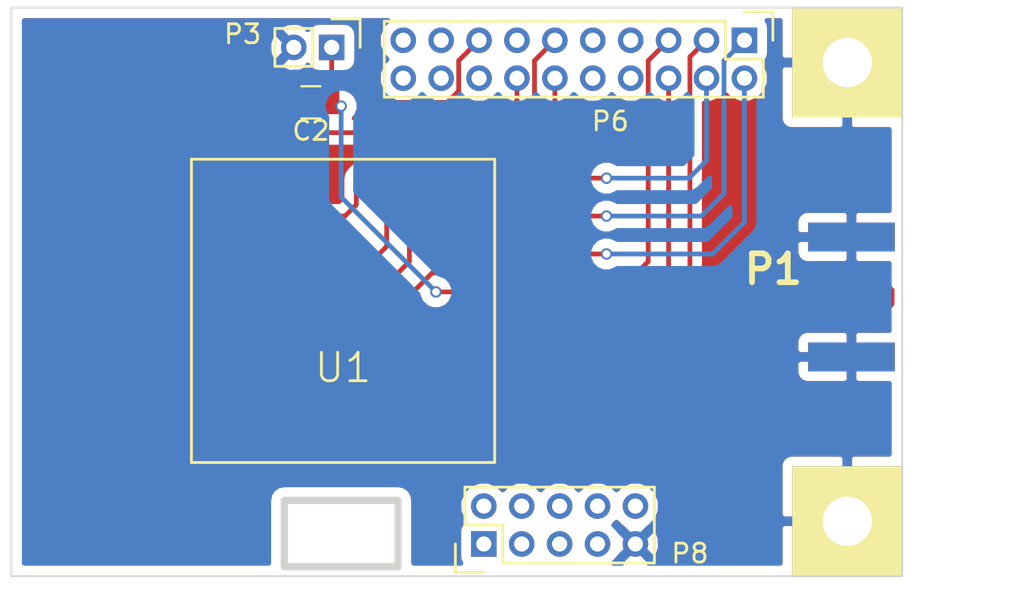
<source format=kicad_pcb>
(kicad_pcb (version 4) (host pcbnew 4.0.5+dfsg1-4)

  (general
    (links 23)
    (no_connects 1)
    (area 52.949999 99.949999 100.050001 130.050001)
    (thickness 1.6)
    (drawings 8)
    (tracks 74)
    (zones 0)
    (modules 8)
    (nets 34)
  )

  (page A4)
  (layers
    (0 F.Cu signal)
    (31 B.Cu signal)
    (32 B.Adhes user)
    (33 F.Adhes user)
    (34 B.Paste user)
    (35 F.Paste user)
    (36 B.SilkS user)
    (37 F.SilkS user)
    (38 B.Mask user)
    (39 F.Mask user)
    (40 Dwgs.User user)
    (41 Cmts.User user)
    (42 Eco1.User user)
    (43 Eco2.User user)
    (44 Edge.Cuts user)
    (45 Margin user)
    (46 B.CrtYd user)
    (47 F.CrtYd user)
    (48 B.Fab user)
    (49 F.Fab user)
  )

  (setup
    (last_trace_width 0.25)
    (trace_clearance 0)
    (zone_clearance 0.508)
    (zone_45_only no)
    (trace_min 0.2)
    (segment_width 0.2)
    (edge_width 0.1)
    (via_size 0.6)
    (via_drill 0.4)
    (via_min_size 0.4)
    (via_min_drill 0.3)
    (uvia_size 0.3)
    (uvia_drill 0.1)
    (uvias_allowed no)
    (uvia_min_size 0.2)
    (uvia_min_drill 0.1)
    (pcb_text_width 0.3)
    (pcb_text_size 1.5 1.5)
    (mod_edge_width 0.15)
    (mod_text_size 1 1)
    (mod_text_width 0.15)
    (pad_size 5.8 5.8)
    (pad_drill 2.6)
    (pad_to_mask_clearance 0)
    (aux_axis_origin 0 0)
    (visible_elements 7FFFFFFF)
    (pcbplotparams
      (layerselection 0x00030_80000001)
      (usegerberextensions false)
      (excludeedgelayer true)
      (linewidth 0.100000)
      (plotframeref false)
      (viasonmask false)
      (mode 1)
      (useauxorigin false)
      (hpglpennumber 1)
      (hpglpenspeed 20)
      (hpglpendiameter 15)
      (hpglpenoverlay 2)
      (psnegative false)
      (psa4output false)
      (plotreference true)
      (plotvalue true)
      (plotinvisibletext false)
      (padsonsilk false)
      (subtractmaskfromsilk false)
      (outputformat 1)
      (mirror false)
      (drillshape 1)
      (scaleselection 1)
      (outputdirectory ""))
  )

  (net 0 "")
  (net 1 +3V3)
  (net 2 GND)
  (net 3 /DIO1)
  (net 4 /DIO3)
  (net 5 /DIO5)
  (net 6 "Net-(P6-Pad7)")
  (net 7 "Net-(P6-Pad9)")
  (net 8 /MOSI)
  (net 9 "Net-(P6-Pad13)")
  (net 10 /nCS)
  (net 11 "Net-(P6-Pad17)")
  (net 12 "Net-(P6-Pad19)")
  (net 13 /DIO0)
  (net 14 /DIO2)
  (net 15 /DIO4)
  (net 16 "Net-(P6-Pad8)")
  (net 17 "Net-(P6-Pad10)")
  (net 18 /SCK)
  (net 19 /MISO)
  (net 20 "Net-(P6-Pad16)")
  (net 21 "Net-(P6-Pad18)")
  (net 22 "Net-(P6-Pad20)")
  (net 23 "Net-(U1-Pad6)")
  (net 24 "Net-(P8-Pad1)")
  (net 25 "Net-(P8-Pad3)")
  (net 26 "Net-(P8-Pad5)")
  (net 27 "Net-(P8-Pad7)")
  (net 28 "Net-(P8-Pad2)")
  (net 29 "Net-(P8-Pad4)")
  (net 30 "Net-(P8-Pad6)")
  (net 31 "Net-(P8-Pad8)")
  (net 32 "Net-(P8-Pad10)")
  (net 33 "Net-(P1-Pad1)")

  (net_class Default "This is the default net class."
    (clearance 0)
    (trace_width 0.25)
    (via_dia 0.6)
    (via_drill 0.4)
    (uvia_dia 0.3)
    (uvia_drill 0.1)
    (add_net +3V3)
    (add_net /DIO0)
    (add_net /DIO1)
    (add_net /DIO2)
    (add_net /DIO3)
    (add_net /DIO4)
    (add_net /DIO5)
    (add_net /MISO)
    (add_net /MOSI)
    (add_net /SCK)
    (add_net /nCS)
    (add_net GND)
    (add_net "Net-(P1-Pad1)")
    (add_net "Net-(P6-Pad10)")
    (add_net "Net-(P6-Pad13)")
    (add_net "Net-(P6-Pad16)")
    (add_net "Net-(P6-Pad17)")
    (add_net "Net-(P6-Pad18)")
    (add_net "Net-(P6-Pad19)")
    (add_net "Net-(P6-Pad20)")
    (add_net "Net-(P6-Pad7)")
    (add_net "Net-(P6-Pad8)")
    (add_net "Net-(P6-Pad9)")
    (add_net "Net-(P8-Pad1)")
    (add_net "Net-(P8-Pad10)")
    (add_net "Net-(P8-Pad2)")
    (add_net "Net-(P8-Pad3)")
    (add_net "Net-(P8-Pad4)")
    (add_net "Net-(P8-Pad5)")
    (add_net "Net-(P8-Pad6)")
    (add_net "Net-(P8-Pad7)")
    (add_net "Net-(P8-Pad8)")
    (add_net "Net-(U1-Pad6)")
  )

  (module footprints:Pin_Header_Straight_1x02_Pitch2.00mm (layer F.Cu) (tedit 5966059F) (tstamp 59453FA8)
    (at 69.9 102.1 270)
    (descr "Through hole pin header, 1x02, 2.00mm pitch, single row")
    (tags "pin header single row")
    (path /59454385)
    (fp_text reference P3 (at -0.7 4.7 360) (layer F.SilkS)
      (effects (font (size 1 1) (thickness 0.15)))
    )
    (fp_text value PWR (at 0.7 5.5 360) (layer F.Fab)
      (effects (font (size 1 1) (thickness 0.15)))
    )
    (fp_line (start -1 1) (end 1 1) (layer F.SilkS) (width 0.15))
    (fp_line (start 1 1) (end 1 3) (layer F.SilkS) (width 0.15))
    (fp_line (start 1 3) (end -1 3) (layer F.SilkS) (width 0.15))
    (fp_line (start -1 3) (end -1 1) (layer F.SilkS) (width 0.15))
    (fp_line (start -1.6 -1.6) (end 1.6 -1.6) (layer F.CrtYd) (width 0.05))
    (fp_line (start 1.6 -1.6) (end 1.6 3.6) (layer F.CrtYd) (width 0.05))
    (fp_line (start 1.6 3.6) (end -1.6 3.6) (layer F.CrtYd) (width 0.05))
    (fp_line (start -1.6 3.6) (end -1.6 -1.6) (layer F.CrtYd) (width 0.05))
    (fp_line (start -1.5 0) (end -1.5 -1.5) (layer F.SilkS) (width 0.15))
    (fp_line (start -1.5 -1.5) (end 0 -1.5) (layer F.SilkS) (width 0.15))
    (pad 1 thru_hole rect (at 0 0 270) (size 1.35 1.35) (drill 0.8) (layers *.Cu *.Mask)
      (net 1 +3V3))
    (pad 2 thru_hole circle (at 0 2 270) (size 1.35 1.35) (drill 0.8) (layers *.Cu *.Mask)
      (net 2 GND))
    (model F:/Hardware/PCB/pico/footprints/packages3d/Pin_Header_1x2_2mm.wrl
      (at (xyz 0 0 0))
      (scale (xyz 1 1 1))
      (rotate (xyz 0 0 0))
    )
  )

  (module footprints:PIN_ARRAY_1 (layer F.Cu) (tedit 594D90C5) (tstamp 59453FAD)
    (at 97.1 102.9)
    (descr "1 pin")
    (tags "CONN DEV")
    (path /59452957)
    (fp_text reference P4 (at 0.1 -3.5) (layer F.SilkS) hide
      (effects (font (size 0.762 0.762) (thickness 0.1524)))
    )
    (fp_text value MOUNTING_HOLE (at -0.05 3.75) (layer F.SilkS) hide
      (effects (font (size 0.762 0.762) (thickness 0.1524)))
    )
    (fp_line (start 1.27 1.27) (end -1.27 1.27) (layer F.SilkS) (width 0.1524))
    (fp_line (start -1.27 -1.27) (end 1.27 -1.27) (layer F.SilkS) (width 0.1524))
    (fp_line (start -1.27 1.27) (end -1.27 -1.27) (layer F.SilkS) (width 0.1524))
    (fp_line (start 1.27 -1.27) (end 1.27 1.27) (layer F.SilkS) (width 0.1524))
    (pad 1 thru_hole rect (at 0 0) (size 5.8 5.8) (drill 2.6) (layers *.Cu *.Mask F.SilkS)
      (net 2 GND) (solder_mask_margin 0.1524) (clearance 0.1524))
  )

  (module footprints:PIN_ARRAY_1 (layer F.Cu) (tedit 564E545B) (tstamp 59453FB2)
    (at 97.1 127.1)
    (descr "1 pin")
    (tags "CONN DEV")
    (path /5945298A)
    (fp_text reference P5 (at 0.1 -3.5) (layer F.SilkS) hide
      (effects (font (size 0.762 0.762) (thickness 0.1524)))
    )
    (fp_text value MOUNTING_HOLE (at -0.05 3.75) (layer F.SilkS) hide
      (effects (font (size 0.762 0.762) (thickness 0.1524)))
    )
    (fp_line (start 1.27 1.27) (end -1.27 1.27) (layer F.SilkS) (width 0.1524))
    (fp_line (start -1.27 -1.27) (end 1.27 -1.27) (layer F.SilkS) (width 0.1524))
    (fp_line (start -1.27 1.27) (end -1.27 -1.27) (layer F.SilkS) (width 0.1524))
    (fp_line (start 1.27 -1.27) (end 1.27 1.27) (layer F.SilkS) (width 0.1524))
    (pad 1 thru_hole rect (at 0 0) (size 5.8 5.8) (drill 2.6) (layers *.Cu *.Mask F.SilkS)
      (net 2 GND) (solder_mask_margin 0.1524) (clearance 0.1524))
  )

  (module footprints:Pin_Header_Straight_2x10_Pitch2.00mm (layer F.Cu) (tedit 596605B6) (tstamp 59453FCA)
    (at 91.675 101.725 270)
    (descr "Through hole pin header, 2x10, 2.00mm pitch, double row")
    (tags "pin header double row")
    (path /592B383E)
    (fp_text reference P6 (at 4.275 7.075 360) (layer F.SilkS)
      (effects (font (size 1 1) (thickness 0.15)))
    )
    (fp_text value IO1 (at 0 -3 270) (layer F.Fab)
      (effects (font (size 1 1) (thickness 0.15)))
    )
    (fp_line (start -1 1) (end 1 1) (layer F.SilkS) (width 0.15))
    (fp_line (start 1 1) (end 1 -1) (layer F.SilkS) (width 0.15))
    (fp_line (start 1 -1) (end 3 -1) (layer F.SilkS) (width 0.15))
    (fp_line (start 3 -1) (end 3 1) (layer F.SilkS) (width 0.15))
    (fp_line (start 3 1) (end 3 19) (layer F.SilkS) (width 0.15))
    (fp_line (start 3 19) (end -1 19) (layer F.SilkS) (width 0.15))
    (fp_line (start -1 19) (end -1 1) (layer F.SilkS) (width 0.15))
    (fp_line (start -1.6 -1.6) (end 3.6 -1.6) (layer F.CrtYd) (width 0.05))
    (fp_line (start 3.6 -1.6) (end 3.6 19.6) (layer F.CrtYd) (width 0.05))
    (fp_line (start 3.6 19.6) (end -1.6 19.6) (layer F.CrtYd) (width 0.05))
    (fp_line (start -1.6 19.6) (end -1.6 -1.6) (layer F.CrtYd) (width 0.05))
    (fp_line (start -1.5 0) (end -1.5 -1.5) (layer F.SilkS) (width 0.15))
    (fp_line (start -1.5 -1.5) (end 0 -1.5) (layer F.SilkS) (width 0.15))
    (pad 1 thru_hole rect (at 0 0 270) (size 1.35 1.35) (drill 0.8) (layers *.Cu *.Mask)
      (net 3 /DIO1))
    (pad 3 thru_hole circle (at 0 2 270) (size 1.35 1.35) (drill 0.8) (layers *.Cu *.Mask)
      (net 4 /DIO3))
    (pad 5 thru_hole circle (at 0 4 270) (size 1.35 1.35) (drill 0.8) (layers *.Cu *.Mask)
      (net 5 /DIO5))
    (pad 7 thru_hole circle (at 0 6 270) (size 1.35 1.35) (drill 0.8) (layers *.Cu *.Mask)
      (net 6 "Net-(P6-Pad7)"))
    (pad 9 thru_hole circle (at 0 8 270) (size 1.35 1.35) (drill 0.8) (layers *.Cu *.Mask)
      (net 7 "Net-(P6-Pad9)"))
    (pad 11 thru_hole circle (at 0 10 270) (size 1.35 1.35) (drill 0.8) (layers *.Cu *.Mask)
      (net 8 /MOSI))
    (pad 13 thru_hole circle (at 0 12 270) (size 1.35 1.35) (drill 0.8) (layers *.Cu *.Mask)
      (net 9 "Net-(P6-Pad13)"))
    (pad 15 thru_hole circle (at 0 14 270) (size 1.35 1.35) (drill 0.8) (layers *.Cu *.Mask)
      (net 10 /nCS))
    (pad 17 thru_hole circle (at 0 16 270) (size 1.35 1.35) (drill 0.8) (layers *.Cu *.Mask)
      (net 11 "Net-(P6-Pad17)"))
    (pad 19 thru_hole circle (at 0 18 270) (size 1.35 1.35) (drill 0.8) (layers *.Cu *.Mask)
      (net 12 "Net-(P6-Pad19)"))
    (pad 2 thru_hole circle (at 2 0 270) (size 1.35 1.35) (drill 0.8) (layers *.Cu *.Mask)
      (net 13 /DIO0))
    (pad 4 thru_hole circle (at 2 2 270) (size 1.35 1.35) (drill 0.8) (layers *.Cu *.Mask)
      (net 14 /DIO2))
    (pad 6 thru_hole circle (at 2 4 270) (size 1.35 1.35) (drill 0.8) (layers *.Cu *.Mask)
      (net 15 /DIO4))
    (pad 8 thru_hole circle (at 2 6 270) (size 1.35 1.35) (drill 0.8) (layers *.Cu *.Mask)
      (net 16 "Net-(P6-Pad8)"))
    (pad 10 thru_hole circle (at 2 8 270) (size 1.35 1.35) (drill 0.8) (layers *.Cu *.Mask)
      (net 17 "Net-(P6-Pad10)"))
    (pad 12 thru_hole circle (at 2 10 270) (size 1.35 1.35) (drill 0.8) (layers *.Cu *.Mask)
      (net 18 /SCK))
    (pad 14 thru_hole circle (at 2 12 270) (size 1.35 1.35) (drill 0.8) (layers *.Cu *.Mask)
      (net 19 /MISO))
    (pad 16 thru_hole circle (at 2 14 270) (size 1.35 1.35) (drill 0.8) (layers *.Cu *.Mask)
      (net 20 "Net-(P6-Pad16)"))
    (pad 18 thru_hole circle (at 2 16 270) (size 1.35 1.35) (drill 0.8) (layers *.Cu *.Mask)
      (net 21 "Net-(P6-Pad18)"))
    (pad 20 thru_hole circle (at 2 18 270) (size 1.35 1.35) (drill 0.8) (layers *.Cu *.Mask)
      (net 22 "Net-(P6-Pad20)"))
    (model F:/Hardware/PCB/pico/footprints/packages3d/Pin_Header_2x10_2mm.wrl
      (at (xyz 0 0 0))
      (scale (xyz 1 1 1))
      (rotate (xyz 0 0 0))
    )
  )

  (module footprints:RFM95W (layer F.Cu) (tedit 596609B7) (tstamp 59453FDE)
    (at 70.5 116)
    (path /59221B48)
    (fp_text reference U1 (at 0 3) (layer F.SilkS)
      (effects (font (size 1.5 1.5) (thickness 0.15)))
    )
    (fp_text value RFM95 (at -12.7 2) (layer F.Fab)
      (effects (font (size 1.2 1.2) (thickness 0.15)))
    )
    (fp_line (start -8 -8) (end 8 -8) (layer F.SilkS) (width 0.15))
    (fp_line (start 8 -8) (end 8 8) (layer F.SilkS) (width 0.15))
    (fp_line (start 8 8) (end -8 8) (layer F.SilkS) (width 0.15))
    (fp_line (start -8 8) (end -8 -8) (layer F.SilkS) (width 0.15))
    (pad 1 smd rect (at -7 -7) (size 2.5 1.2) (drill (offset -0.25 0)) (layers F.Cu F.Paste F.Mask)
      (net 2 GND))
    (pad 2 smd rect (at -7 -5) (size 2.5 1.2) (drill (offset -0.25 0)) (layers F.Cu F.Paste F.Mask)
      (net 19 /MISO))
    (pad 3 smd rect (at -7 -3) (size 2.5 1.2) (drill (offset -0.25 0)) (layers F.Cu F.Paste F.Mask)
      (net 8 /MOSI))
    (pad 4 smd rect (at -7 -1) (size 2.5 1.2) (drill (offset -0.25 0)) (layers F.Cu F.Paste F.Mask)
      (net 18 /SCK))
    (pad 5 smd rect (at -7 1) (size 2.5 1.2) (drill (offset -0.25 0)) (layers F.Cu F.Paste F.Mask)
      (net 10 /nCS))
    (pad 6 smd rect (at -7 3) (size 2.5 1.2) (drill (offset -0.25 0)) (layers F.Cu F.Paste F.Mask)
      (net 23 "Net-(U1-Pad6)"))
    (pad 7 smd rect (at -7 5) (size 2.5 1.2) (drill (offset -0.25 0)) (layers F.Cu F.Paste F.Mask)
      (net 5 /DIO5))
    (pad 8 smd rect (at -7 7) (size 2.5 1.2) (drill (offset -0.25 0)) (layers F.Cu F.Paste F.Mask)
      (net 2 GND))
    (pad 9 smd rect (at 7 7) (size 2.5 1.2) (drill (offset 0.25 0)) (layers F.Cu F.Paste F.Mask)
      (net 33 "Net-(P1-Pad1)"))
    (pad 10 smd rect (at 7 5) (size 2.5 1.2) (drill (offset 0.25 0)) (layers F.Cu F.Paste F.Mask)
      (net 2 GND))
    (pad 11 smd rect (at 7 3) (size 2.5 1.2) (drill (offset 0.25 0)) (layers F.Cu F.Paste F.Mask)
      (net 4 /DIO3))
    (pad 12 smd rect (at 7 1) (size 2.5 1.2) (drill (offset 0.25 0)) (layers F.Cu F.Paste F.Mask)
      (net 15 /DIO4))
    (pad 13 smd rect (at 7 -1) (size 2.5 1.2) (drill (offset 0.25 0)) (layers F.Cu F.Paste F.Mask)
      (net 1 +3V3))
    (pad 14 smd rect (at 7 -3) (size 2.5 1.2) (drill (offset 0.25 0)) (layers F.Cu F.Paste F.Mask)
      (net 13 /DIO0))
    (pad 15 smd rect (at 7 -5) (size 2.5 1.2) (drill (offset 0.25 0)) (layers F.Cu F.Paste F.Mask)
      (net 3 /DIO1))
    (pad 16 smd rect (at 7 -7) (size 2.5 1.2) (drill (offset 0.25 0)) (layers F.Cu F.Paste F.Mask)
      (net 14 /DIO2))
    (model ${KIPRJMOD}/PicoCIAA_Lora.3dshapes/RFM95W.wrl
      (at (xyz 0 0 0))
      (scale (xyz 1 1 1))
      (rotate (xyz 0 0 0))
    )
  )

  (module footprints:Pin_Header_Straight_2x05_Pitch2.00mm (layer F.Cu) (tedit 596608FE) (tstamp 59454CBE)
    (at 77.925 128.3 90)
    (descr "Through hole pin header, 2x05, 2.00mm pitch, double row")
    (tags "pin header double row")
    (path /59454B63)
    (fp_text reference P8 (at -0.5 10.875 180) (layer F.SilkS)
      (effects (font (size 1 1) (thickness 0.15)))
    )
    (fp_text value IO3 (at 1.3 11.075 180) (layer F.Fab)
      (effects (font (size 1 1) (thickness 0.15)))
    )
    (fp_line (start -1 1) (end 1 1) (layer F.SilkS) (width 0.15))
    (fp_line (start 1 1) (end 1 -1) (layer F.SilkS) (width 0.15))
    (fp_line (start 1 -1) (end 3 -1) (layer F.SilkS) (width 0.15))
    (fp_line (start 3 -1) (end 3 1) (layer F.SilkS) (width 0.15))
    (fp_line (start 3 1) (end 3 9) (layer F.SilkS) (width 0.15))
    (fp_line (start 3 9) (end -1 9) (layer F.SilkS) (width 0.15))
    (fp_line (start -1 9) (end -1 1) (layer F.SilkS) (width 0.15))
    (fp_line (start -1.6 -1.6) (end 3.6 -1.6) (layer F.CrtYd) (width 0.05))
    (fp_line (start 3.6 -1.6) (end 3.6 9.6) (layer F.CrtYd) (width 0.05))
    (fp_line (start 3.6 9.6) (end -1.6 9.6) (layer F.CrtYd) (width 0.05))
    (fp_line (start -1.6 9.6) (end -1.6 -1.6) (layer F.CrtYd) (width 0.05))
    (fp_line (start -1.5 0) (end -1.5 -1.5) (layer F.SilkS) (width 0.15))
    (fp_line (start -1.5 -1.5) (end 0 -1.5) (layer F.SilkS) (width 0.15))
    (pad 1 thru_hole rect (at 0 0 90) (size 1.35 1.35) (drill 0.8) (layers *.Cu *.Mask)
      (net 24 "Net-(P8-Pad1)"))
    (pad 3 thru_hole circle (at 0 2 90) (size 1.35 1.35) (drill 0.8) (layers *.Cu *.Mask)
      (net 25 "Net-(P8-Pad3)"))
    (pad 5 thru_hole circle (at 0 4 90) (size 1.35 1.35) (drill 0.8) (layers *.Cu *.Mask)
      (net 26 "Net-(P8-Pad5)"))
    (pad 7 thru_hole circle (at 0 6 90) (size 1.35 1.35) (drill 0.8) (layers *.Cu *.Mask)
      (net 27 "Net-(P8-Pad7)"))
    (pad 9 thru_hole circle (at 0 8 90) (size 1.35 1.35) (drill 0.8) (layers *.Cu *.Mask)
      (net 2 GND))
    (pad 2 thru_hole circle (at 2 0 90) (size 1.35 1.35) (drill 0.8) (layers *.Cu *.Mask)
      (net 28 "Net-(P8-Pad2)"))
    (pad 4 thru_hole circle (at 2 2 90) (size 1.35 1.35) (drill 0.8) (layers *.Cu *.Mask)
      (net 29 "Net-(P8-Pad4)"))
    (pad 6 thru_hole circle (at 2 4 90) (size 1.35 1.35) (drill 0.8) (layers *.Cu *.Mask)
      (net 30 "Net-(P8-Pad6)"))
    (pad 8 thru_hole circle (at 2 6 90) (size 1.35 1.35) (drill 0.8) (layers *.Cu *.Mask)
      (net 31 "Net-(P8-Pad8)"))
    (pad 10 thru_hole circle (at 2 8 90) (size 1.35 1.35) (drill 0.8) (layers *.Cu *.Mask)
      (net 32 "Net-(P8-Pad10)"))
    (model F:/Hardware/PCB/pico/footprints/packages3d/Pin_Header_2x5_2mm.wrl
      (at (xyz 0 0 0))
      (scale (xyz 1 1 1))
      (rotate (xyz 0 0 0))
    )
  )

  (module footprints:SMA_EDGE (layer F.Cu) (tedit 596BBE6F) (tstamp 596B8B5B)
    (at 106.2 114)
    (path /596B9702)
    (fp_text reference P1 (at -13 -0.2) (layer F.SilkS)
      (effects (font (thickness 0.3048)))
    )
    (fp_text value EDGE_SMA (at 0 2.54) (layer F.SilkS) hide
      (effects (font (thickness 0.3048)))
    )
    (pad 0 connect rect (at -8.8773 -1.89484) (size 4.572 1.524) (layers *.Cu F.Mask)
      (net 2 GND))
    (pad 1 connect trapezoid (at -6.858 1.27) (size 0.50038 1.39954) (rect_delta 0.59944 0 ) (layers F.Cu F.Mask)
      (net 33 "Net-(P1-Pad1)"))
    (pad 2 connect rect (at -8.8773 4.42976) (size 4.572 1.524) (layers *.Cu F.Mask)
      (net 2 GND))
    (pad 1 connect rect (at -9.144 1.27) (size 4.07162 1.99898) (layers F.Cu F.Mask)
      (net 33 "Net-(P1-Pad1)"))
  )

  (module Capacitors_SMD:C_0805 (layer F.Cu) (tedit 58AA8463) (tstamp 5978C213)
    (at 68.8 105 180)
    (descr "Capacitor SMD 0805, reflow soldering, AVX (see smccp.pdf)")
    (tags "capacitor 0805")
    (path /592B4758)
    (attr smd)
    (fp_text reference C2 (at 0 -1.5 180) (layer F.SilkS)
      (effects (font (size 1 1) (thickness 0.15)))
    )
    (fp_text value "0.1uF 10v" (at 0 1.75 180) (layer F.Fab)
      (effects (font (size 1 1) (thickness 0.15)))
    )
    (fp_text user %R (at 0 -1.5 180) (layer F.Fab)
      (effects (font (size 1 1) (thickness 0.15)))
    )
    (fp_line (start -1 0.62) (end -1 -0.62) (layer F.Fab) (width 0.1))
    (fp_line (start 1 0.62) (end -1 0.62) (layer F.Fab) (width 0.1))
    (fp_line (start 1 -0.62) (end 1 0.62) (layer F.Fab) (width 0.1))
    (fp_line (start -1 -0.62) (end 1 -0.62) (layer F.Fab) (width 0.1))
    (fp_line (start 0.5 -0.85) (end -0.5 -0.85) (layer F.SilkS) (width 0.12))
    (fp_line (start -0.5 0.85) (end 0.5 0.85) (layer F.SilkS) (width 0.12))
    (fp_line (start -1.75 -0.88) (end 1.75 -0.88) (layer F.CrtYd) (width 0.05))
    (fp_line (start -1.75 -0.88) (end -1.75 0.87) (layer F.CrtYd) (width 0.05))
    (fp_line (start 1.75 0.87) (end 1.75 -0.88) (layer F.CrtYd) (width 0.05))
    (fp_line (start 1.75 0.87) (end -1.75 0.87) (layer F.CrtYd) (width 0.05))
    (pad 1 smd rect (at -1 0 180) (size 1 1.25) (layers F.Cu F.Paste F.Mask)
      (net 1 +3V3))
    (pad 2 smd rect (at 1 0 180) (size 1 1.25) (layers F.Cu F.Paste F.Mask)
      (net 2 GND))
    (model Capacitors_SMD.3dshapes/C_0805.wrl
      (at (xyz 0 0 0))
      (scale (xyz 1 1 1))
      (rotate (xyz 0 0 0))
    )
  )

  (gr_line (start 53 130) (end 100 130) (angle 90) (layer Edge.Cuts) (width 0.1))
  (gr_line (start 53 100) (end 100 100) (angle 90) (layer Edge.Cuts) (width 0.1))
  (gr_line (start 53 100) (end 53 130) (angle 90) (layer Edge.Cuts) (width 0.1))
  (gr_line (start 67.4 126) (end 67.4 129.5) (angle 90) (layer Edge.Cuts) (width 0.381))
  (gr_line (start 67.4 129.5) (end 73.4 129.5) (angle 90) (layer Edge.Cuts) (width 0.381))
  (gr_line (start 73.4 129.5) (end 73.4 126) (angle 90) (layer Edge.Cuts) (width 0.381))
  (gr_line (start 73.4 126) (end 67.4 126) (angle 90) (layer Edge.Cuts) (width 0.381))
  (gr_line (start 100 100) (end 100 130) (angle 90) (layer Edge.Cuts) (width 0.1))

  (segment (start 77.5 115) (end 75.4 115) (width 0.25) (layer F.Cu) (net 1))
  (segment (start 70.2 105) (end 69.35 105) (width 0.25) (layer F.Cu) (net 1) (tstamp 596BC4C5))
  (segment (start 70.4 105.2) (end 70.2 105) (width 0.25) (layer F.Cu) (net 1) (tstamp 596BC4C4))
  (via (at 70.4 105.2) (size 0.6) (drill 0.4) (layers F.Cu B.Cu) (net 1))
  (segment (start 70.4 110) (end 70.4 105.2) (width 0.25) (layer B.Cu) (net 1) (tstamp 596BC4B5))
  (segment (start 75.4 115) (end 70.4 110) (width 0.25) (layer B.Cu) (net 1) (tstamp 596BC4B4))
  (via (at 75.4 115) (size 0.6) (drill 0.4) (layers F.Cu B.Cu) (net 1))
  (segment (start 69.9 102.1) (end 69.9 104.45) (width 0.25) (layer F.Cu) (net 1))
  (segment (start 69.9 104.45) (end 69.35 105) (width 0.25) (layer F.Cu) (net 1) (tstamp 596BC3D0))
  (segment (start 91.675 101.725) (end 90.6 102.8) (width 0.25) (layer B.Cu) (net 3))
  (segment (start 84.4 111) (end 77.5 111) (width 0.25) (layer F.Cu) (net 3) (tstamp 596B9C82))
  (via (at 84.4 111) (size 0.6) (drill 0.4) (layers F.Cu B.Cu) (net 3))
  (segment (start 89.4 111) (end 84.4 111) (width 0.25) (layer B.Cu) (net 3) (tstamp 596B9C77))
  (segment (start 90.6 109.8) (end 89.4 111) (width 0.25) (layer B.Cu) (net 3) (tstamp 596B9C68))
  (segment (start 90.6 102.8) (end 90.6 109.8) (width 0.25) (layer B.Cu) (net 3) (tstamp 596B9C61))
  (segment (start 89.675 101.725) (end 88.8 102.6) (width 0.25) (layer F.Cu) (net 4))
  (segment (start 87.8 119) (end 77.5 119) (width 0.25) (layer F.Cu) (net 4) (tstamp 596601E8))
  (segment (start 88.8 118) (end 87.8 119) (width 0.25) (layer F.Cu) (net 4) (tstamp 596601D5))
  (segment (start 88.8 102.6) (end 88.8 118) (width 0.25) (layer F.Cu) (net 4) (tstamp 596601CD))
  (segment (start 87.675 101.725) (end 86.6 102.8) (width 0.25) (layer F.Cu) (net 5))
  (segment (start 68.2 121) (end 63.5 121) (width 0.25) (layer F.Cu) (net 5) (tstamp 59660B10))
  (segment (start 75.2 114) (end 68.2 121) (width 0.25) (layer F.Cu) (net 5) (tstamp 59660B06))
  (segment (start 86 114) (end 75.2 114) (width 0.25) (layer F.Cu) (net 5) (tstamp 59660AFD))
  (segment (start 86.6 113.4) (end 86 114) (width 0.25) (layer F.Cu) (net 5) (tstamp 59660AE7))
  (segment (start 86.6 102.8) (end 86.6 113.4) (width 0.25) (layer F.Cu) (net 5) (tstamp 59660AE3))
  (segment (start 81.675 101.725) (end 80.6 102.8) (width 0.25) (layer F.Cu) (net 8))
  (segment (start 72.4 113) (end 63.5 113) (width 0.25) (layer F.Cu) (net 8) (tstamp 5966049F))
  (segment (start 72.8 112.6) (end 72.4 113) (width 0.25) (layer F.Cu) (net 8) (tstamp 59660492))
  (segment (start 72.8 109.2) (end 72.8 112.6) (width 0.25) (layer F.Cu) (net 8) (tstamp 5966048A))
  (segment (start 75.4 106.6) (end 72.8 109.2) (width 0.25) (layer F.Cu) (net 8) (tstamp 59660484))
  (segment (start 79.6 106.6) (end 75.4 106.6) (width 0.25) (layer F.Cu) (net 8) (tstamp 5966047C))
  (segment (start 80.6 105.6) (end 79.6 106.6) (width 0.25) (layer F.Cu) (net 8) (tstamp 5966046F))
  (segment (start 80.6 102.8) (end 80.6 105.6) (width 0.25) (layer F.Cu) (net 8) (tstamp 5966046C))
  (segment (start 63.5 117) (end 62 117) (width 0.25) (layer F.Cu) (net 10))
  (segment (start 62 117) (end 60.4 115.4) (width 0.25) (layer F.Cu) (net 10) (tstamp 596606E6))
  (segment (start 60.4 115.4) (end 60.4 107.8) (width 0.25) (layer F.Cu) (net 10) (tstamp 596606EB))
  (segment (start 60.4 107.8) (end 61.6 106.6) (width 0.25) (layer F.Cu) (net 10) (tstamp 596606F6))
  (segment (start 61.6 106.6) (end 71.6 106.6) (width 0.25) (layer F.Cu) (net 10) (tstamp 596606F8))
  (segment (start 71.6 106.6) (end 73.2 105) (width 0.25) (layer F.Cu) (net 10) (tstamp 59660702))
  (segment (start 73.2 105) (end 76 105) (width 0.25) (layer F.Cu) (net 10) (tstamp 59660707))
  (segment (start 76 105) (end 76.6 104.4) (width 0.25) (layer F.Cu) (net 10) (tstamp 5966070B))
  (segment (start 76.6 104.4) (end 76.6 102.8) (width 0.25) (layer F.Cu) (net 10) (tstamp 5966070F))
  (segment (start 76.6 102.8) (end 77.675 101.725) (width 0.25) (layer F.Cu) (net 10) (tstamp 59660713))
  (segment (start 91.675 103.725) (end 91.675 111.325) (width 0.25) (layer B.Cu) (net 13))
  (segment (start 84.4 113) (end 77.5 113) (width 0.25) (layer F.Cu) (net 13) (tstamp 596BBE13))
  (via (at 84.4 113) (size 0.6) (drill 0.4) (layers F.Cu B.Cu) (net 13))
  (segment (start 90 113) (end 84.4 113) (width 0.25) (layer B.Cu) (net 13) (tstamp 596BBDFE))
  (segment (start 91.675 111.325) (end 90 113) (width 0.25) (layer B.Cu) (net 13) (tstamp 596BBDE4))
  (segment (start 89.675 103.725) (end 89.675 108.075) (width 0.25) (layer B.Cu) (net 14))
  (segment (start 84.4 109) (end 77.5 109) (width 0.25) (layer F.Cu) (net 14) (tstamp 596B9C4A))
  (via (at 84.4 109) (size 0.6) (drill 0.4) (layers F.Cu B.Cu) (net 14))
  (segment (start 88.75 109) (end 84.4 109) (width 0.25) (layer B.Cu) (net 14) (tstamp 596B9C36))
  (segment (start 89.675 108.075) (end 88.75 109) (width 0.25) (layer B.Cu) (net 14) (tstamp 596B9C28))
  (segment (start 87.675 103.725) (end 87.675 116.325) (width 0.25) (layer F.Cu) (net 15))
  (segment (start 87 117) (end 77.5 117) (width 0.25) (layer F.Cu) (net 15) (tstamp 5966021A))
  (segment (start 87.675 116.325) (end 87 117) (width 0.25) (layer F.Cu) (net 15) (tstamp 59660210))
  (segment (start 81.675 103.725) (end 81.675 105.725) (width 0.25) (layer F.Cu) (net 18))
  (segment (start 72.4 115) (end 63.5 115) (width 0.25) (layer F.Cu) (net 18) (tstamp 596603D8))
  (segment (start 74 113.4) (end 72.4 115) (width 0.25) (layer F.Cu) (net 18) (tstamp 596603D1))
  (segment (start 74 109.6) (end 74 113.4) (width 0.25) (layer F.Cu) (net 18) (tstamp 596603CD))
  (segment (start 76 107.6) (end 74 109.6) (width 0.25) (layer F.Cu) (net 18) (tstamp 596603C7))
  (segment (start 79.8 107.6) (end 76 107.6) (width 0.25) (layer F.Cu) (net 18) (tstamp 596603C3))
  (segment (start 81.675 105.725) (end 79.8 107.6) (width 0.25) (layer F.Cu) (net 18) (tstamp 596603BB))
  (segment (start 79.675 103.725) (end 79.675 104.925) (width 0.25) (layer F.Cu) (net 19))
  (segment (start 70.6 111) (end 63.5 111) (width 0.25) (layer F.Cu) (net 19) (tstamp 596604DB))
  (segment (start 71.2 110.4) (end 70.6 111) (width 0.25) (layer F.Cu) (net 19) (tstamp 596604D8))
  (segment (start 71.2 109) (end 71.2 110.4) (width 0.25) (layer F.Cu) (net 19) (tstamp 596604D2))
  (segment (start 74.4 105.8) (end 71.2 109) (width 0.25) (layer F.Cu) (net 19) (tstamp 596604CA))
  (segment (start 78.8 105.8) (end 74.4 105.8) (width 0.25) (layer F.Cu) (net 19) (tstamp 596604C4))
  (segment (start 79.675 104.925) (end 78.8 105.8) (width 0.25) (layer F.Cu) (net 19) (tstamp 596604BF))
  (segment (start 99.342 115.27) (end 97.056 115.27) (width 0.25) (layer F.Cu) (net 33))
  (segment (start 77.5 123) (end 85.8 123) (width 0.25) (layer F.Cu) (net 33))
  (segment (start 93.53 115.27) (end 99.342 115.27) (width 0.25) (layer F.Cu) (net 33) (tstamp 596B8F37))
  (segment (start 85.8 123) (end 93.53 115.27) (width 0.25) (layer F.Cu) (net 33) (tstamp 596B8F26))

  (zone (net 2) (net_name GND) (layer F.Cu) (tstamp 596BC859) (hatch edge 0.508)
    (connect_pads (clearance 0.508))
    (min_thickness 0.254)
    (fill yes (arc_segments 16) (thermal_gap 0.508) (thermal_bridge_width 0.508))
    (polygon
      (pts
        (xy 101.4 131.2) (xy 52.4 131.2) (xy 52.4 99.6) (xy 101.4 99.6)
      )
    )
    (filled_polygon
      (pts
        (xy 72.565084 100.981976) (xy 72.365228 101.463282) (xy 72.364774 101.984432) (xy 72.563789 102.466086) (xy 72.82238 102.725129)
        (xy 72.565084 102.981976) (xy 72.365228 103.463282) (xy 72.364774 103.984432) (xy 72.563789 104.466086) (xy 72.611409 104.513789)
        (xy 71.285198 105.84) (xy 71.082327 105.84) (xy 71.192192 105.730327) (xy 71.334838 105.386799) (xy 71.335162 105.014833)
        (xy 71.193117 104.671057) (xy 70.930327 104.407808) (xy 70.66 104.295558) (xy 70.66 103.406446) (xy 70.810317 103.378162)
        (xy 71.026441 103.23909) (xy 71.171431 103.02689) (xy 71.22244 102.775) (xy 71.22244 101.425) (xy 71.178162 101.189683)
        (xy 71.03909 100.973559) (xy 70.82689 100.828569) (xy 70.575 100.77756) (xy 69.225 100.77756) (xy 68.989683 100.821838)
        (xy 68.773559 100.96091) (xy 68.633331 101.166141) (xy 68.578781 100.949672) (xy 68.0869 100.777478) (xy 67.566566 100.806625)
        (xy 67.221219 100.949672) (xy 67.162458 101.182853) (xy 67.9 101.920395) (xy 67.914143 101.906253) (xy 68.093748 102.085858)
        (xy 68.079605 102.1) (xy 68.093748 102.114143) (xy 67.914143 102.293748) (xy 67.9 102.279605) (xy 67.162458 103.017147)
        (xy 67.221219 103.250328) (xy 67.7131 103.422522) (xy 68.233434 103.393375) (xy 68.578781 103.250328) (xy 68.63436 103.029776)
        (xy 68.76091 103.226441) (xy 68.97311 103.371431) (xy 69.14 103.405227) (xy 69.14 104.10256) (xy 69.05 104.10256)
        (xy 68.814683 104.146838) (xy 68.790594 104.162339) (xy 68.676309 104.115) (xy 68.53575 104.115) (xy 68.377 104.27375)
        (xy 68.377 104.875) (xy 68.397 104.875) (xy 68.397 105.125) (xy 68.377 105.125) (xy 68.377 105.147)
        (xy 68.123 105.147) (xy 68.123 105.125) (xy 67.47375 105.125) (xy 67.315 105.28375) (xy 67.315 105.37631)
        (xy 67.411673 105.609699) (xy 67.590302 105.788327) (xy 67.715052 105.84) (xy 61.6 105.84) (xy 61.30916 105.897852)
        (xy 61.062599 106.062599) (xy 59.862599 107.262599) (xy 59.697852 107.509161) (xy 59.64 107.8) (xy 59.64 115.4)
        (xy 59.697852 115.690839) (xy 59.862599 115.937401) (xy 61.35256 117.427362) (xy 61.35256 117.6) (xy 61.396838 117.835317)
        (xy 61.503759 118.001477) (xy 61.403569 118.14811) (xy 61.35256 118.4) (xy 61.35256 119.6) (xy 61.396838 119.835317)
        (xy 61.503759 120.001477) (xy 61.403569 120.14811) (xy 61.35256 120.4) (xy 61.35256 121.6) (xy 61.396838 121.835317)
        (xy 61.502482 121.999492) (xy 61.461673 122.040301) (xy 61.365 122.27369) (xy 61.365 122.71425) (xy 61.52375 122.873)
        (xy 63.123 122.873) (xy 63.123 122.853) (xy 63.377 122.853) (xy 63.377 122.873) (xy 64.97625 122.873)
        (xy 65.135 122.71425) (xy 65.135 122.27369) (xy 65.038327 122.040301) (xy 64.996366 121.99834) (xy 65.096431 121.85189)
        (xy 65.115039 121.76) (xy 68.2 121.76) (xy 68.490839 121.702148) (xy 68.737401 121.537401) (xy 74.67631 115.598492)
        (xy 74.869673 115.792192) (xy 75.213201 115.934838) (xy 75.585167 115.935162) (xy 75.891786 115.80847) (xy 75.896838 115.835317)
        (xy 76.003759 116.001477) (xy 75.903569 116.14811) (xy 75.85256 116.4) (xy 75.85256 117.6) (xy 75.896838 117.835317)
        (xy 76.003759 118.001477) (xy 75.903569 118.14811) (xy 75.85256 118.4) (xy 75.85256 119.6) (xy 75.896838 119.835317)
        (xy 76.002482 119.999492) (xy 75.961673 120.040301) (xy 75.865 120.27369) (xy 75.865 120.71425) (xy 76.02375 120.873)
        (xy 77.623 120.873) (xy 77.623 120.853) (xy 77.877 120.853) (xy 77.877 120.873) (xy 79.47625 120.873)
        (xy 79.635 120.71425) (xy 79.635 120.27369) (xy 79.538327 120.040301) (xy 79.496366 119.99834) (xy 79.596431 119.85189)
        (xy 79.615039 119.76) (xy 87.8 119.76) (xy 88.006218 119.71898) (xy 85.485198 122.24) (xy 79.617334 122.24)
        (xy 79.603162 122.164683) (xy 79.497518 122.000508) (xy 79.538327 121.959699) (xy 79.635 121.72631) (xy 79.635 121.28575)
        (xy 79.47625 121.127) (xy 77.877 121.127) (xy 77.877 121.147) (xy 77.623 121.147) (xy 77.623 121.127)
        (xy 76.02375 121.127) (xy 75.865 121.28575) (xy 75.865 121.72631) (xy 75.961673 121.959699) (xy 76.003634 122.00166)
        (xy 75.903569 122.14811) (xy 75.85256 122.4) (xy 75.85256 123.6) (xy 75.896838 123.835317) (xy 76.03591 124.051441)
        (xy 76.24811 124.196431) (xy 76.5 124.24744) (xy 79 124.24744) (xy 79.235317 124.203162) (xy 79.436522 124.07369)
        (xy 93.565 124.07369) (xy 93.565 126.81425) (xy 93.72375 126.973) (xy 96.973 126.973) (xy 96.973 123.72375)
        (xy 96.81425 123.565) (xy 94.073691 123.565) (xy 93.840302 123.661673) (xy 93.661673 123.840301) (xy 93.565 124.07369)
        (xy 79.436522 124.07369) (xy 79.451441 124.06409) (xy 79.596431 123.85189) (xy 79.615039 123.76) (xy 85.8 123.76)
        (xy 86.090839 123.702148) (xy 86.337401 123.537401) (xy 91.159292 118.71551) (xy 94.4017 118.71551) (xy 94.4017 119.31807)
        (xy 94.498373 119.551459) (xy 94.677002 119.730087) (xy 94.910391 119.82676) (xy 97.03695 119.82676) (xy 97.1957 119.66801)
        (xy 97.1957 118.55676) (xy 94.56045 118.55676) (xy 94.4017 118.71551) (xy 91.159292 118.71551) (xy 92.333352 117.54145)
        (xy 94.4017 117.54145) (xy 94.4017 118.14401) (xy 94.56045 118.30276) (xy 97.1957 118.30276) (xy 97.1957 117.19151)
        (xy 97.03695 117.03276) (xy 94.910391 117.03276) (xy 94.677002 117.129433) (xy 94.498373 117.308061) (xy 94.4017 117.54145)
        (xy 92.333352 117.54145) (xy 93.844802 116.03) (xy 94.37275 116.03) (xy 94.37275 116.26949) (xy 94.417028 116.504807)
        (xy 94.5561 116.720931) (xy 94.7683 116.865921) (xy 95.02019 116.91693) (xy 99.09181 116.91693) (xy 99.11736 116.912122)
        (xy 99.140976 116.915061) (xy 99.21879 116.893037) (xy 99.315 116.874934) (xy 99.315 117.03276) (xy 97.60845 117.03276)
        (xy 97.4497 117.19151) (xy 97.4497 118.30276) (xy 97.4697 118.30276) (xy 97.4697 118.55676) (xy 97.4497 118.55676)
        (xy 97.4497 119.66801) (xy 97.60845 119.82676) (xy 99.315 119.82676) (xy 99.315 123.565) (xy 97.38575 123.565)
        (xy 97.227 123.72375) (xy 97.227 126.973) (xy 97.247 126.973) (xy 97.247 127.227) (xy 97.227 127.227)
        (xy 97.227 127.247) (xy 96.973 127.247) (xy 96.973 127.227) (xy 93.72375 127.227) (xy 93.565 127.38575)
        (xy 93.565 129.315) (xy 86.637883 129.315) (xy 86.662542 129.217147) (xy 85.925 128.479605) (xy 85.187458 129.217147)
        (xy 85.212117 129.315) (xy 84.762465 129.315) (xy 85.034916 129.043024) (xy 85.058026 128.987369) (xy 85.745395 128.3)
        (xy 86.104605 128.3) (xy 86.842147 129.037542) (xy 87.075328 128.978781) (xy 87.247522 128.4869) (xy 87.218375 127.966566)
        (xy 87.075328 127.621219) (xy 86.842147 127.562458) (xy 86.104605 128.3) (xy 85.745395 128.3) (xy 85.058674 127.613279)
        (xy 85.036211 127.558914) (xy 84.77762 127.299871) (xy 84.925129 127.15262) (xy 85.181976 127.409916) (xy 85.237631 127.433026)
        (xy 85.925 128.120395) (xy 86.611721 127.433674) (xy 86.666086 127.411211) (xy 87.034916 127.043024) (xy 87.234772 126.561718)
        (xy 87.235226 126.040568) (xy 87.036211 125.558914) (xy 86.668024 125.190084) (xy 86.186718 124.990228) (xy 85.665568 124.989774)
        (xy 85.183914 125.188789) (xy 84.924871 125.44738) (xy 84.668024 125.190084) (xy 84.186718 124.990228) (xy 83.665568 124.989774)
        (xy 83.183914 125.188789) (xy 82.924871 125.44738) (xy 82.668024 125.190084) (xy 82.186718 124.990228) (xy 81.665568 124.989774)
        (xy 81.183914 125.188789) (xy 80.924871 125.44738) (xy 80.668024 125.190084) (xy 80.186718 124.990228) (xy 79.665568 124.989774)
        (xy 79.183914 125.188789) (xy 78.924871 125.44738) (xy 78.668024 125.190084) (xy 78.186718 124.990228) (xy 77.665568 124.989774)
        (xy 77.183914 125.188789) (xy 76.815084 125.556976) (xy 76.615228 126.038282) (xy 76.614774 126.559432) (xy 76.813789 127.041086)
        (xy 76.880663 127.108077) (xy 76.798559 127.16091) (xy 76.653569 127.37311) (xy 76.60256 127.625) (xy 76.60256 128.975)
        (xy 76.646838 129.210317) (xy 76.7142 129.315) (xy 74.2255 129.315) (xy 74.2255 126) (xy 74.162663 125.684095)
        (xy 73.983717 125.416283) (xy 73.715905 125.237337) (xy 73.4 125.1745) (xy 67.4 125.1745) (xy 67.084095 125.237337)
        (xy 66.816283 125.416283) (xy 66.637337 125.684095) (xy 66.5745 126) (xy 66.5745 129.315) (xy 53.685 129.315)
        (xy 53.685 123.28575) (xy 61.365 123.28575) (xy 61.365 123.72631) (xy 61.461673 123.959699) (xy 61.640302 124.138327)
        (xy 61.873691 124.235) (xy 62.96425 124.235) (xy 63.123 124.07625) (xy 63.123 123.127) (xy 63.377 123.127)
        (xy 63.377 124.07625) (xy 63.53575 124.235) (xy 64.626309 124.235) (xy 64.859698 124.138327) (xy 65.038327 123.959699)
        (xy 65.135 123.72631) (xy 65.135 123.28575) (xy 64.97625 123.127) (xy 63.377 123.127) (xy 63.123 123.127)
        (xy 61.52375 123.127) (xy 61.365 123.28575) (xy 53.685 123.28575) (xy 53.685 104.62369) (xy 67.315 104.62369)
        (xy 67.315 104.71625) (xy 67.47375 104.875) (xy 68.123 104.875) (xy 68.123 104.27375) (xy 67.96425 104.115)
        (xy 67.823691 104.115) (xy 67.590302 104.211673) (xy 67.411673 104.390301) (xy 67.315 104.62369) (xy 53.685 104.62369)
        (xy 53.685 101.9131) (xy 66.577478 101.9131) (xy 66.606625 102.433434) (xy 66.749672 102.778781) (xy 66.982853 102.837542)
        (xy 67.720395 102.1) (xy 66.982853 101.362458) (xy 66.749672 101.421219) (xy 66.577478 101.9131) (xy 53.685 101.9131)
        (xy 53.685 100.685) (xy 72.862579 100.685)
      )
    )
    (filled_polygon
      (pts
        (xy 93.565 102.61425) (xy 93.72375 102.773) (xy 96.973 102.773) (xy 96.973 102.753) (xy 97.227 102.753)
        (xy 97.227 102.773) (xy 97.247 102.773) (xy 97.247 103.027) (xy 97.227 103.027) (xy 97.227 106.27625)
        (xy 97.38575 106.435) (xy 99.315 106.435) (xy 99.315 110.70816) (xy 97.60845 110.70816) (xy 97.4497 110.86691)
        (xy 97.4497 111.97816) (xy 97.4697 111.97816) (xy 97.4697 112.23216) (xy 97.4497 112.23216) (xy 97.4497 113.34341)
        (xy 97.60845 113.50216) (xy 99.315 113.50216) (xy 99.315 113.668267) (xy 99.226347 113.650314) (xy 99.109697 113.623317)
        (xy 99.10073 113.624876) (xy 99.09181 113.62307) (xy 95.02019 113.62307) (xy 94.784873 113.667348) (xy 94.568749 113.80642)
        (xy 94.423759 114.01862) (xy 94.37275 114.27051) (xy 94.37275 114.51) (xy 93.53 114.51) (xy 93.239161 114.567852)
        (xy 92.992599 114.732599) (xy 89.51898 118.206218) (xy 89.56 118) (xy 89.56 112.39091) (xy 94.4017 112.39091)
        (xy 94.4017 112.99347) (xy 94.498373 113.226859) (xy 94.677002 113.405487) (xy 94.910391 113.50216) (xy 97.03695 113.50216)
        (xy 97.1957 113.34341) (xy 97.1957 112.23216) (xy 94.56045 112.23216) (xy 94.4017 112.39091) (xy 89.56 112.39091)
        (xy 89.56 111.21685) (xy 94.4017 111.21685) (xy 94.4017 111.81941) (xy 94.56045 111.97816) (xy 97.1957 111.97816)
        (xy 97.1957 110.86691) (xy 97.03695 110.70816) (xy 94.910391 110.70816) (xy 94.677002 110.804833) (xy 94.498373 110.983461)
        (xy 94.4017 111.21685) (xy 89.56 111.21685) (xy 89.56 105.0349) (xy 89.934432 105.035226) (xy 90.416086 104.836211)
        (xy 90.675129 104.57762) (xy 90.931976 104.834916) (xy 91.413282 105.034772) (xy 91.934432 105.035226) (xy 92.416086 104.836211)
        (xy 92.784916 104.468024) (xy 92.984772 103.986718) (xy 92.985226 103.465568) (xy 92.869608 103.18575) (xy 93.565 103.18575)
        (xy 93.565 105.92631) (xy 93.661673 106.159699) (xy 93.840302 106.338327) (xy 94.073691 106.435) (xy 96.81425 106.435)
        (xy 96.973 106.27625) (xy 96.973 103.027) (xy 93.72375 103.027) (xy 93.565 103.18575) (xy 92.869608 103.18575)
        (xy 92.786211 102.983914) (xy 92.719337 102.916923) (xy 92.801441 102.86409) (xy 92.946431 102.65189) (xy 92.99744 102.4)
        (xy 92.99744 101.05) (xy 92.953162 100.814683) (xy 92.869713 100.685) (xy 93.565 100.685)
      )
    )
    (filled_polygon
      (pts
        (xy 70.662599 108.462599) (xy 70.497852 108.709161) (xy 70.44 109) (xy 70.44 110.085198) (xy 70.285198 110.24)
        (xy 65.117334 110.24) (xy 65.103162 110.164683) (xy 64.997518 110.000508) (xy 65.038327 109.959699) (xy 65.135 109.72631)
        (xy 65.135 109.28575) (xy 64.97625 109.127) (xy 63.377 109.127) (xy 63.377 109.147) (xy 63.123 109.147)
        (xy 63.123 109.127) (xy 61.52375 109.127) (xy 61.365 109.28575) (xy 61.365 109.72631) (xy 61.461673 109.959699)
        (xy 61.503634 110.00166) (xy 61.403569 110.14811) (xy 61.35256 110.4) (xy 61.35256 111.6) (xy 61.396838 111.835317)
        (xy 61.503759 112.001477) (xy 61.403569 112.14811) (xy 61.35256 112.4) (xy 61.35256 113.6) (xy 61.396838 113.835317)
        (xy 61.503759 114.001477) (xy 61.403569 114.14811) (xy 61.35256 114.4) (xy 61.35256 115.277758) (xy 61.16 115.085198)
        (xy 61.16 108.27369) (xy 61.365 108.27369) (xy 61.365 108.71425) (xy 61.52375 108.873) (xy 63.123 108.873)
        (xy 63.123 107.92375) (xy 63.377 107.92375) (xy 63.377 108.873) (xy 64.97625 108.873) (xy 65.135 108.71425)
        (xy 65.135 108.27369) (xy 65.038327 108.040301) (xy 64.859698 107.861673) (xy 64.626309 107.765) (xy 63.53575 107.765)
        (xy 63.377 107.92375) (xy 63.123 107.92375) (xy 62.96425 107.765) (xy 61.873691 107.765) (xy 61.640302 107.861673)
        (xy 61.461673 108.040301) (xy 61.365 108.27369) (xy 61.16 108.27369) (xy 61.16 108.114802) (xy 61.914802 107.36)
        (xy 71.6 107.36) (xy 71.806218 107.31898)
      )
    )
  )
  (zone (net 2) (net_name GND) (layer B.Cu) (tstamp 596BCB9C) (hatch edge 0.508)
    (connect_pads (clearance 0.508))
    (min_thickness 0.254)
    (fill yes (arc_segments 16) (thermal_gap 0.508) (thermal_bridge_width 0.508))
    (polygon
      (pts
        (xy 105.6 131.2) (xy 52.4 131.2) (xy 52.4 99.6) (xy 105.6 99.6)
      )
    )
    (filled_polygon
      (pts
        (xy 72.565084 100.981976) (xy 72.365228 101.463282) (xy 72.364774 101.984432) (xy 72.563789 102.466086) (xy 72.82238 102.725129)
        (xy 72.565084 102.981976) (xy 72.365228 103.463282) (xy 72.364774 103.984432) (xy 72.563789 104.466086) (xy 72.931976 104.834916)
        (xy 73.413282 105.034772) (xy 73.934432 105.035226) (xy 74.416086 104.836211) (xy 74.675129 104.57762) (xy 74.931976 104.834916)
        (xy 75.413282 105.034772) (xy 75.934432 105.035226) (xy 76.416086 104.836211) (xy 76.675129 104.57762) (xy 76.931976 104.834916)
        (xy 77.413282 105.034772) (xy 77.934432 105.035226) (xy 78.416086 104.836211) (xy 78.675129 104.57762) (xy 78.931976 104.834916)
        (xy 79.413282 105.034772) (xy 79.934432 105.035226) (xy 80.416086 104.836211) (xy 80.675129 104.57762) (xy 80.931976 104.834916)
        (xy 81.413282 105.034772) (xy 81.934432 105.035226) (xy 82.416086 104.836211) (xy 82.675129 104.57762) (xy 82.931976 104.834916)
        (xy 83.413282 105.034772) (xy 83.934432 105.035226) (xy 84.416086 104.836211) (xy 84.675129 104.57762) (xy 84.931976 104.834916)
        (xy 85.413282 105.034772) (xy 85.934432 105.035226) (xy 86.416086 104.836211) (xy 86.675129 104.57762) (xy 86.931976 104.834916)
        (xy 87.413282 105.034772) (xy 87.934432 105.035226) (xy 88.416086 104.836211) (xy 88.675129 104.57762) (xy 88.915 104.81791)
        (xy 88.915 107.760198) (xy 88.435198 108.24) (xy 84.962463 108.24) (xy 84.930327 108.207808) (xy 84.586799 108.065162)
        (xy 84.214833 108.064838) (xy 83.871057 108.206883) (xy 83.607808 108.469673) (xy 83.465162 108.813201) (xy 83.464838 109.185167)
        (xy 83.606883 109.528943) (xy 83.869673 109.792192) (xy 84.213201 109.934838) (xy 84.585167 109.935162) (xy 84.928943 109.793117)
        (xy 84.962118 109.76) (xy 88.75 109.76) (xy 89.040839 109.702148) (xy 89.287401 109.537401) (xy 89.84 108.984802)
        (xy 89.84 109.485198) (xy 89.085198 110.24) (xy 84.962463 110.24) (xy 84.930327 110.207808) (xy 84.586799 110.065162)
        (xy 84.214833 110.064838) (xy 83.871057 110.206883) (xy 83.607808 110.469673) (xy 83.465162 110.813201) (xy 83.464838 111.185167)
        (xy 83.606883 111.528943) (xy 83.869673 111.792192) (xy 84.213201 111.934838) (xy 84.585167 111.935162) (xy 84.928943 111.793117)
        (xy 84.962118 111.76) (xy 89.4 111.76) (xy 89.690839 111.702148) (xy 89.937401 111.537401) (xy 90.915 110.559802)
        (xy 90.915 111.010198) (xy 89.685198 112.24) (xy 84.962463 112.24) (xy 84.930327 112.207808) (xy 84.586799 112.065162)
        (xy 84.214833 112.064838) (xy 83.871057 112.206883) (xy 83.607808 112.469673) (xy 83.465162 112.813201) (xy 83.464838 113.185167)
        (xy 83.606883 113.528943) (xy 83.869673 113.792192) (xy 84.213201 113.934838) (xy 84.585167 113.935162) (xy 84.928943 113.793117)
        (xy 84.962118 113.76) (xy 90 113.76) (xy 90.290839 113.702148) (xy 90.537401 113.537401) (xy 91.683892 112.39091)
        (xy 94.4017 112.39091) (xy 94.4017 112.99347) (xy 94.498373 113.226859) (xy 94.677002 113.405487) (xy 94.910391 113.50216)
        (xy 97.03695 113.50216) (xy 97.1957 113.34341) (xy 97.1957 112.23216) (xy 94.56045 112.23216) (xy 94.4017 112.39091)
        (xy 91.683892 112.39091) (xy 92.212401 111.862401) (xy 92.377148 111.615839) (xy 92.435 111.325) (xy 92.435 111.21685)
        (xy 94.4017 111.21685) (xy 94.4017 111.81941) (xy 94.56045 111.97816) (xy 97.1957 111.97816) (xy 97.1957 110.86691)
        (xy 97.03695 110.70816) (xy 94.910391 110.70816) (xy 94.677002 110.804833) (xy 94.498373 110.983461) (xy 94.4017 111.21685)
        (xy 92.435 111.21685) (xy 92.435 104.81733) (xy 92.784916 104.468024) (xy 92.984772 103.986718) (xy 92.985226 103.465568)
        (xy 92.869608 103.18575) (xy 93.565 103.18575) (xy 93.565 105.92631) (xy 93.661673 106.159699) (xy 93.840302 106.338327)
        (xy 94.073691 106.435) (xy 96.81425 106.435) (xy 96.973 106.27625) (xy 96.973 103.027) (xy 93.72375 103.027)
        (xy 93.565 103.18575) (xy 92.869608 103.18575) (xy 92.786211 102.983914) (xy 92.719337 102.916923) (xy 92.801441 102.86409)
        (xy 92.946431 102.65189) (xy 92.99744 102.4) (xy 92.99744 101.05) (xy 92.953162 100.814683) (xy 92.869713 100.685)
        (xy 93.565 100.685) (xy 93.565 102.61425) (xy 93.72375 102.773) (xy 96.973 102.773) (xy 96.973 102.753)
        (xy 97.227 102.753) (xy 97.227 102.773) (xy 97.247 102.773) (xy 97.247 103.027) (xy 97.227 103.027)
        (xy 97.227 106.27625) (xy 97.38575 106.435) (xy 99.315 106.435) (xy 99.315 110.70816) (xy 97.60845 110.70816)
        (xy 97.4497 110.86691) (xy 97.4497 111.97816) (xy 97.4697 111.97816) (xy 97.4697 112.23216) (xy 97.4497 112.23216)
        (xy 97.4497 113.34341) (xy 97.60845 113.50216) (xy 99.315 113.50216) (xy 99.315 117.03276) (xy 97.60845 117.03276)
        (xy 97.4497 117.19151) (xy 97.4497 118.30276) (xy 97.4697 118.30276) (xy 97.4697 118.55676) (xy 97.4497 118.55676)
        (xy 97.4497 119.66801) (xy 97.60845 119.82676) (xy 99.315 119.82676) (xy 99.315 123.565) (xy 97.38575 123.565)
        (xy 97.227 123.72375) (xy 97.227 126.973) (xy 97.247 126.973) (xy 97.247 127.227) (xy 97.227 127.227)
        (xy 97.227 127.247) (xy 96.973 127.247) (xy 96.973 127.227) (xy 93.72375 127.227) (xy 93.565 127.38575)
        (xy 93.565 129.315) (xy 86.637883 129.315) (xy 86.662542 129.217147) (xy 85.925 128.479605) (xy 85.187458 129.217147)
        (xy 85.212117 129.315) (xy 84.762465 129.315) (xy 85.034916 129.043024) (xy 85.058026 128.987369) (xy 85.745395 128.3)
        (xy 86.104605 128.3) (xy 86.842147 129.037542) (xy 87.075328 128.978781) (xy 87.247522 128.4869) (xy 87.218375 127.966566)
        (xy 87.075328 127.621219) (xy 86.842147 127.562458) (xy 86.104605 128.3) (xy 85.745395 128.3) (xy 85.058674 127.613279)
        (xy 85.036211 127.558914) (xy 84.77762 127.299871) (xy 84.925129 127.15262) (xy 85.181976 127.409916) (xy 85.237631 127.433026)
        (xy 85.925 128.120395) (xy 86.611721 127.433674) (xy 86.666086 127.411211) (xy 87.034916 127.043024) (xy 87.234772 126.561718)
        (xy 87.235226 126.040568) (xy 87.036211 125.558914) (xy 86.668024 125.190084) (xy 86.186718 124.990228) (xy 85.665568 124.989774)
        (xy 85.183914 125.188789) (xy 84.924871 125.44738) (xy 84.668024 125.190084) (xy 84.186718 124.990228) (xy 83.665568 124.989774)
        (xy 83.183914 125.188789) (xy 82.924871 125.44738) (xy 82.668024 125.190084) (xy 82.186718 124.990228) (xy 81.665568 124.989774)
        (xy 81.183914 125.188789) (xy 80.924871 125.44738) (xy 80.668024 125.190084) (xy 80.186718 124.990228) (xy 79.665568 124.989774)
        (xy 79.183914 125.188789) (xy 78.924871 125.44738) (xy 78.668024 125.190084) (xy 78.186718 124.990228) (xy 77.665568 124.989774)
        (xy 77.183914 125.188789) (xy 76.815084 125.556976) (xy 76.615228 126.038282) (xy 76.614774 126.559432) (xy 76.813789 127.041086)
        (xy 76.880663 127.108077) (xy 76.798559 127.16091) (xy 76.653569 127.37311) (xy 76.60256 127.625) (xy 76.60256 128.975)
        (xy 76.646838 129.210317) (xy 76.7142 129.315) (xy 74.2255 129.315) (xy 74.2255 126) (xy 74.162663 125.684095)
        (xy 73.983717 125.416283) (xy 73.715905 125.237337) (xy 73.4 125.1745) (xy 67.4 125.1745) (xy 67.084095 125.237337)
        (xy 66.816283 125.416283) (xy 66.637337 125.684095) (xy 66.5745 126) (xy 66.5745 129.315) (xy 53.685 129.315)
        (xy 53.685 124.07369) (xy 93.565 124.07369) (xy 93.565 126.81425) (xy 93.72375 126.973) (xy 96.973 126.973)
        (xy 96.973 123.72375) (xy 96.81425 123.565) (xy 94.073691 123.565) (xy 93.840302 123.661673) (xy 93.661673 123.840301)
        (xy 93.565 124.07369) (xy 53.685 124.07369) (xy 53.685 118.71551) (xy 94.4017 118.71551) (xy 94.4017 119.31807)
        (xy 94.498373 119.551459) (xy 94.677002 119.730087) (xy 94.910391 119.82676) (xy 97.03695 119.82676) (xy 97.1957 119.66801)
        (xy 97.1957 118.55676) (xy 94.56045 118.55676) (xy 94.4017 118.71551) (xy 53.685 118.71551) (xy 53.685 117.54145)
        (xy 94.4017 117.54145) (xy 94.4017 118.14401) (xy 94.56045 118.30276) (xy 97.1957 118.30276) (xy 97.1957 117.19151)
        (xy 97.03695 117.03276) (xy 94.910391 117.03276) (xy 94.677002 117.129433) (xy 94.498373 117.308061) (xy 94.4017 117.54145)
        (xy 53.685 117.54145) (xy 53.685 105.385167) (xy 69.464838 105.385167) (xy 69.606883 105.728943) (xy 69.64 105.762118)
        (xy 69.64 110) (xy 69.697852 110.290839) (xy 69.862599 110.537401) (xy 74.464878 115.13968) (xy 74.464838 115.185167)
        (xy 74.606883 115.528943) (xy 74.869673 115.792192) (xy 75.213201 115.934838) (xy 75.585167 115.935162) (xy 75.928943 115.793117)
        (xy 76.192192 115.530327) (xy 76.334838 115.186799) (xy 76.335162 114.814833) (xy 76.193117 114.471057) (xy 75.930327 114.207808)
        (xy 75.586799 114.065162) (xy 75.539923 114.065121) (xy 71.16 109.685198) (xy 71.16 105.762463) (xy 71.192192 105.730327)
        (xy 71.334838 105.386799) (xy 71.335162 105.014833) (xy 71.193117 104.671057) (xy 70.930327 104.407808) (xy 70.586799 104.265162)
        (xy 70.214833 104.264838) (xy 69.871057 104.406883) (xy 69.607808 104.669673) (xy 69.465162 105.013201) (xy 69.464838 105.385167)
        (xy 53.685 105.385167) (xy 53.685 101.9131) (xy 66.577478 101.9131) (xy 66.606625 102.433434) (xy 66.749672 102.778781)
        (xy 66.982853 102.837542) (xy 67.720395 102.1) (xy 66.982853 101.362458) (xy 66.749672 101.421219) (xy 66.577478 101.9131)
        (xy 53.685 101.9131) (xy 53.685 101.182853) (xy 67.162458 101.182853) (xy 67.9 101.920395) (xy 67.914143 101.906253)
        (xy 68.093748 102.085858) (xy 68.079605 102.1) (xy 68.093748 102.114143) (xy 67.914143 102.293748) (xy 67.9 102.279605)
        (xy 67.162458 103.017147) (xy 67.221219 103.250328) (xy 67.7131 103.422522) (xy 68.233434 103.393375) (xy 68.578781 103.250328)
        (xy 68.63436 103.029776) (xy 68.76091 103.226441) (xy 68.97311 103.371431) (xy 69.225 103.42244) (xy 70.575 103.42244)
        (xy 70.810317 103.378162) (xy 71.026441 103.23909) (xy 71.171431 103.02689) (xy 71.22244 102.775) (xy 71.22244 101.425)
        (xy 71.178162 101.189683) (xy 71.03909 100.973559) (xy 70.82689 100.828569) (xy 70.575 100.77756) (xy 69.225 100.77756)
        (xy 68.989683 100.821838) (xy 68.773559 100.96091) (xy 68.633331 101.166141) (xy 68.578781 100.949672) (xy 68.0869 100.777478)
        (xy 67.566566 100.806625) (xy 67.221219 100.949672) (xy 67.162458 101.182853) (xy 53.685 101.182853) (xy 53.685 100.685)
        (xy 72.862579 100.685)
      )
    )
  )
)

</source>
